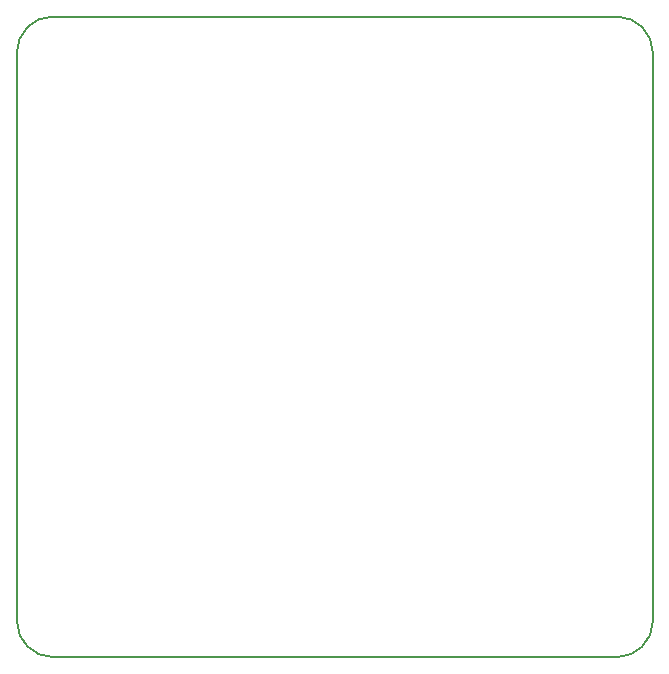
<source format=gm1>
G04 #@! TF.GenerationSoftware,KiCad,Pcbnew,5.0.0-fee4fd1~65~ubuntu17.10.1*
G04 #@! TF.CreationDate,2019-03-26T20:25:46-05:00*
G04 #@! TF.ProjectId,Operator,4F70657261746F722E6B696361645F70,1*
G04 #@! TF.SameCoordinates,Original*
G04 #@! TF.FileFunction,Profile,NP*
%FSLAX46Y46*%
G04 Gerber Fmt 4.6, Leading zero omitted, Abs format (unit mm)*
G04 Created by KiCad (PCBNEW 5.0.0-fee4fd1~65~ubuntu17.10.1) date Tue Mar 26 20:25:46 2019*
%MOMM*%
%LPD*%
G01*
G04 APERTURE LIST*
%ADD10C,0.150000*%
G04 APERTURE END LIST*
D10*
X184150000Y-50292000D02*
G75*
G02X187198000Y-53340000I0J-3048000D01*
G01*
X133350000Y-53340000D02*
G75*
G02X136398000Y-50292000I3048000J0D01*
G01*
X136398000Y-104521000D02*
G75*
G02X133350000Y-101473000I0J3048000D01*
G01*
X187198000Y-101473000D02*
G75*
G02X184150000Y-104521000I-3048000J0D01*
G01*
X133350000Y-53340000D02*
X133350000Y-101473000D01*
X184150000Y-50292000D02*
X136398000Y-50292000D01*
X187198000Y-101473000D02*
X187198000Y-53340000D01*
X136398000Y-104521000D02*
X184150000Y-104521000D01*
M02*

</source>
